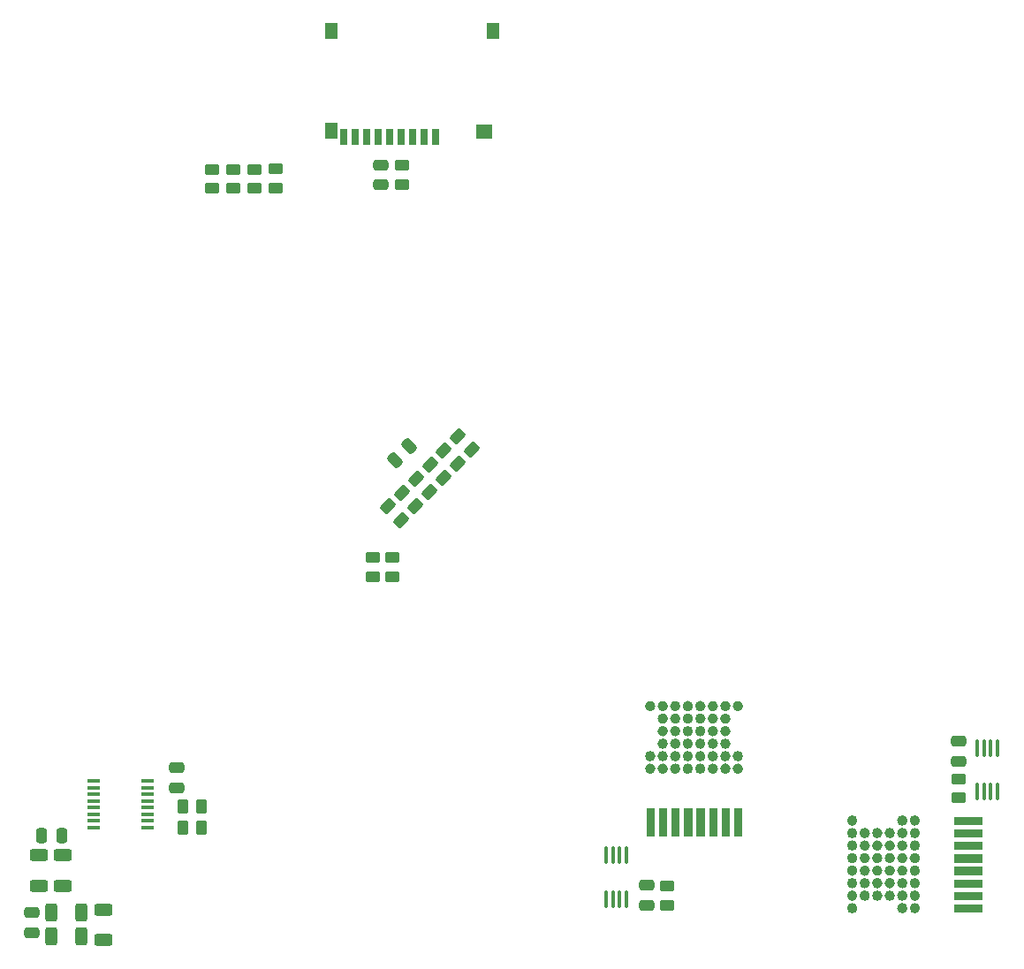
<source format=gbr>
%TF.GenerationSoftware,KiCad,Pcbnew,7.99.0-2367-gcb54bdfa84*%
%TF.CreationDate,2023-12-26T22:21:42+02:00*%
%TF.ProjectId,speeduino_stm32,73706565-6475-4696-9e6f-5f73746d3332,rev?*%
%TF.SameCoordinates,Original*%
%TF.FileFunction,Paste,Bot*%
%TF.FilePolarity,Positive*%
%FSLAX46Y46*%
G04 Gerber Fmt 4.6, Leading zero omitted, Abs format (unit mm)*
G04 Created by KiCad (PCBNEW 7.99.0-2367-gcb54bdfa84) date 2023-12-26 22:21:42*
%MOMM*%
%LPD*%
G01*
G04 APERTURE LIST*
G04 Aperture macros list*
%AMRoundRect*
0 Rectangle with rounded corners*
0 $1 Rounding radius*
0 $2 $3 $4 $5 $6 $7 $8 $9 X,Y pos of 4 corners*
0 Add a 4 corners polygon primitive as box body*
4,1,4,$2,$3,$4,$5,$6,$7,$8,$9,$2,$3,0*
0 Add four circle primitives for the rounded corners*
1,1,$1+$1,$2,$3*
1,1,$1+$1,$4,$5*
1,1,$1+$1,$6,$7*
1,1,$1+$1,$8,$9*
0 Add four rect primitives between the rounded corners*
20,1,$1+$1,$2,$3,$4,$5,0*
20,1,$1+$1,$4,$5,$6,$7,0*
20,1,$1+$1,$6,$7,$8,$9,0*
20,1,$1+$1,$8,$9,$2,$3,0*%
G04 Aperture macros list end*
%ADD10C,0.500000*%
%ADD11C,0.010000*%
%ADD12RoundRect,0.250000X0.312500X0.625000X-0.312500X0.625000X-0.312500X-0.625000X0.312500X-0.625000X0*%
%ADD13RoundRect,0.250000X0.503814X0.132583X0.132583X0.503814X-0.503814X-0.132583X-0.132583X-0.503814X0*%
%ADD14RoundRect,0.250000X-0.450000X0.262500X-0.450000X-0.262500X0.450000X-0.262500X0.450000X0.262500X0*%
%ADD15RoundRect,0.250000X0.450000X-0.262500X0.450000X0.262500X-0.450000X0.262500X-0.450000X-0.262500X0*%
%ADD16RoundRect,0.250000X0.475000X-0.250000X0.475000X0.250000X-0.475000X0.250000X-0.475000X-0.250000X0*%
%ADD17RoundRect,0.250000X-0.475000X0.250000X-0.475000X-0.250000X0.475000X-0.250000X0.475000X0.250000X0*%
%ADD18RoundRect,0.250000X0.159099X-0.512652X0.512652X-0.159099X-0.159099X0.512652X-0.512652X0.159099X0*%
%ADD19RoundRect,0.100000X0.100000X-0.712500X0.100000X0.712500X-0.100000X0.712500X-0.100000X-0.712500X0*%
%ADD20RoundRect,0.250000X0.625000X-0.312500X0.625000X0.312500X-0.625000X0.312500X-0.625000X-0.312500X0*%
%ADD21RoundRect,0.100000X-0.100000X0.712500X-0.100000X-0.712500X0.100000X-0.712500X0.100000X0.712500X0*%
%ADD22R,0.700000X1.600000*%
%ADD23R,1.200000X1.600000*%
%ADD24R,1.600000X1.400000*%
%ADD25RoundRect,0.250000X-0.250000X-0.475000X0.250000X-0.475000X0.250000X0.475000X-0.250000X0.475000X0*%
%ADD26RoundRect,0.250000X0.262500X0.450000X-0.262500X0.450000X-0.262500X-0.450000X0.262500X-0.450000X0*%
%ADD27R,1.200000X0.400000*%
%ADD28RoundRect,0.250000X-0.625000X0.312500X-0.625000X-0.312500X0.625000X-0.312500X0.625000X0.312500X0*%
G04 APERTURE END LIST*
D10*
%TO.C,Q1*%
X88837000Y-94228000D02*
G75*
G02*
X88837000Y-94228000I-250000J0D01*
G01*
X88837000Y-99028000D02*
G75*
G02*
X88837000Y-99028000I-250000J0D01*
G01*
X88837000Y-100228000D02*
G75*
G02*
X88837000Y-100228000I-250000J0D01*
G01*
X90037000Y-94228000D02*
G75*
G02*
X90037000Y-94228000I-250000J0D01*
G01*
X90037000Y-95428000D02*
G75*
G02*
X90037000Y-95428000I-250000J0D01*
G01*
X90037000Y-96628000D02*
G75*
G02*
X90037000Y-96628000I-250000J0D01*
G01*
X90037000Y-97828000D02*
G75*
G02*
X90037000Y-97828000I-250000J0D01*
G01*
X90037000Y-99028000D02*
G75*
G02*
X90037000Y-99028000I-250000J0D01*
G01*
X90037000Y-100228000D02*
G75*
G02*
X90037000Y-100228000I-250000J0D01*
G01*
X91237000Y-94228000D02*
G75*
G02*
X91237000Y-94228000I-250000J0D01*
G01*
X91237000Y-95428000D02*
G75*
G02*
X91237000Y-95428000I-250000J0D01*
G01*
X91237000Y-96628000D02*
G75*
G02*
X91237000Y-96628000I-250000J0D01*
G01*
X91237000Y-97828000D02*
G75*
G02*
X91237000Y-97828000I-250000J0D01*
G01*
X91237000Y-99028000D02*
G75*
G02*
X91237000Y-99028000I-250000J0D01*
G01*
X91237000Y-100228000D02*
G75*
G02*
X91237000Y-100228000I-250000J0D01*
G01*
X92437000Y-94228000D02*
G75*
G02*
X92437000Y-94228000I-250000J0D01*
G01*
X92437000Y-95428000D02*
G75*
G02*
X92437000Y-95428000I-250000J0D01*
G01*
X92437000Y-96628000D02*
G75*
G02*
X92437000Y-96628000I-250000J0D01*
G01*
X92437000Y-97828000D02*
G75*
G02*
X92437000Y-97828000I-250000J0D01*
G01*
X92437000Y-99028000D02*
G75*
G02*
X92437000Y-99028000I-250000J0D01*
G01*
X92437000Y-100228000D02*
G75*
G02*
X92437000Y-100228000I-250000J0D01*
G01*
X93637000Y-94228000D02*
G75*
G02*
X93637000Y-94228000I-250000J0D01*
G01*
X93637000Y-95428000D02*
G75*
G02*
X93637000Y-95428000I-250000J0D01*
G01*
X93637000Y-96628000D02*
G75*
G02*
X93637000Y-96628000I-250000J0D01*
G01*
X93637000Y-97828000D02*
G75*
G02*
X93637000Y-97828000I-250000J0D01*
G01*
X93637000Y-99028000D02*
G75*
G02*
X93637000Y-99028000I-250000J0D01*
G01*
X93637000Y-100228000D02*
G75*
G02*
X93637000Y-100228000I-250000J0D01*
G01*
X94837000Y-94228000D02*
G75*
G02*
X94837000Y-94228000I-250000J0D01*
G01*
X94837000Y-95428000D02*
G75*
G02*
X94837000Y-95428000I-250000J0D01*
G01*
X94837000Y-96628000D02*
G75*
G02*
X94837000Y-96628000I-250000J0D01*
G01*
X94837000Y-97828000D02*
G75*
G02*
X94837000Y-97828000I-250000J0D01*
G01*
X94837000Y-99028000D02*
G75*
G02*
X94837000Y-99028000I-250000J0D01*
G01*
X94837000Y-100228000D02*
G75*
G02*
X94837000Y-100228000I-250000J0D01*
G01*
X96037000Y-94228000D02*
G75*
G02*
X96037000Y-94228000I-250000J0D01*
G01*
X96037000Y-95428000D02*
G75*
G02*
X96037000Y-95428000I-250000J0D01*
G01*
X96037000Y-96628000D02*
G75*
G02*
X96037000Y-96628000I-250000J0D01*
G01*
X96037000Y-97828000D02*
G75*
G02*
X96037000Y-97828000I-250000J0D01*
G01*
X96037000Y-99028000D02*
G75*
G02*
X96037000Y-99028000I-250000J0D01*
G01*
X96037000Y-100228000D02*
G75*
G02*
X96037000Y-100228000I-250000J0D01*
G01*
X97237000Y-94228000D02*
G75*
G02*
X97237000Y-94228000I-250000J0D01*
G01*
X97237000Y-99028000D02*
G75*
G02*
X97237000Y-99028000I-250000J0D01*
G01*
X97237000Y-100228000D02*
G75*
G02*
X97237000Y-100228000I-250000J0D01*
G01*
D11*
X88937000Y-106608000D02*
X88237000Y-106608000D01*
X88237000Y-104008000D01*
X88937000Y-104008000D01*
X88937000Y-106608000D01*
G36*
X88937000Y-106608000D02*
G01*
X88237000Y-106608000D01*
X88237000Y-104008000D01*
X88937000Y-104008000D01*
X88937000Y-106608000D01*
G37*
X90137000Y-106608000D02*
X89437000Y-106608000D01*
X89437000Y-104008000D01*
X90137000Y-104008000D01*
X90137000Y-106608000D01*
G36*
X90137000Y-106608000D02*
G01*
X89437000Y-106608000D01*
X89437000Y-104008000D01*
X90137000Y-104008000D01*
X90137000Y-106608000D01*
G37*
X91337000Y-106608000D02*
X90637000Y-106608000D01*
X90637000Y-104008000D01*
X91337000Y-104008000D01*
X91337000Y-106608000D01*
G36*
X91337000Y-106608000D02*
G01*
X90637000Y-106608000D01*
X90637000Y-104008000D01*
X91337000Y-104008000D01*
X91337000Y-106608000D01*
G37*
X92537000Y-106608000D02*
X91837000Y-106608000D01*
X91837000Y-104008000D01*
X92537000Y-104008000D01*
X92537000Y-106608000D01*
G36*
X92537000Y-106608000D02*
G01*
X91837000Y-106608000D01*
X91837000Y-104008000D01*
X92537000Y-104008000D01*
X92537000Y-106608000D01*
G37*
X93737000Y-106608000D02*
X93037000Y-106608000D01*
X93037000Y-104008000D01*
X93737000Y-104008000D01*
X93737000Y-106608000D01*
G36*
X93737000Y-106608000D02*
G01*
X93037000Y-106608000D01*
X93037000Y-104008000D01*
X93737000Y-104008000D01*
X93737000Y-106608000D01*
G37*
X94937000Y-106608000D02*
X94237000Y-106608000D01*
X94237000Y-104008000D01*
X94937000Y-104008000D01*
X94937000Y-106608000D01*
G36*
X94937000Y-106608000D02*
G01*
X94237000Y-106608000D01*
X94237000Y-104008000D01*
X94937000Y-104008000D01*
X94937000Y-106608000D01*
G37*
X96137000Y-106608000D02*
X95437000Y-106608000D01*
X95437000Y-104008000D01*
X96137000Y-104008000D01*
X96137000Y-106608000D01*
G36*
X96137000Y-106608000D02*
G01*
X95437000Y-106608000D01*
X95437000Y-104008000D01*
X96137000Y-104008000D01*
X96137000Y-106608000D01*
G37*
X97337000Y-106608000D02*
X96637000Y-106608000D01*
X96637000Y-104008000D01*
X97337000Y-104008000D01*
X97337000Y-106608000D01*
G36*
X97337000Y-106608000D02*
G01*
X96637000Y-106608000D01*
X96637000Y-104008000D01*
X97337000Y-104008000D01*
X97337000Y-106608000D01*
G37*
D10*
%TO.C,Q2*%
X108194000Y-105197000D02*
G75*
G02*
X108194000Y-105197000I-250000J0D01*
G01*
X108194000Y-106397000D02*
G75*
G02*
X108194000Y-106397000I-250000J0D01*
G01*
X108194000Y-107597000D02*
G75*
G02*
X108194000Y-107597000I-250000J0D01*
G01*
X108194000Y-108797000D02*
G75*
G02*
X108194000Y-108797000I-250000J0D01*
G01*
X108194000Y-109997000D02*
G75*
G02*
X108194000Y-109997000I-250000J0D01*
G01*
X108194000Y-111197000D02*
G75*
G02*
X108194000Y-111197000I-250000J0D01*
G01*
X108194000Y-112397000D02*
G75*
G02*
X108194000Y-112397000I-250000J0D01*
G01*
X108194000Y-113597000D02*
G75*
G02*
X108194000Y-113597000I-250000J0D01*
G01*
X109394000Y-106397000D02*
G75*
G02*
X109394000Y-106397000I-250000J0D01*
G01*
X109394000Y-107597000D02*
G75*
G02*
X109394000Y-107597000I-250000J0D01*
G01*
X109394000Y-108797000D02*
G75*
G02*
X109394000Y-108797000I-250000J0D01*
G01*
X109394000Y-109997000D02*
G75*
G02*
X109394000Y-109997000I-250000J0D01*
G01*
X109394000Y-111197000D02*
G75*
G02*
X109394000Y-111197000I-250000J0D01*
G01*
X109394000Y-112397000D02*
G75*
G02*
X109394000Y-112397000I-250000J0D01*
G01*
X110594000Y-106397000D02*
G75*
G02*
X110594000Y-106397000I-250000J0D01*
G01*
X110594000Y-107597000D02*
G75*
G02*
X110594000Y-107597000I-250000J0D01*
G01*
X110594000Y-108797000D02*
G75*
G02*
X110594000Y-108797000I-250000J0D01*
G01*
X110594000Y-109997000D02*
G75*
G02*
X110594000Y-109997000I-250000J0D01*
G01*
X110594000Y-111197000D02*
G75*
G02*
X110594000Y-111197000I-250000J0D01*
G01*
X110594000Y-112397000D02*
G75*
G02*
X110594000Y-112397000I-250000J0D01*
G01*
X111794000Y-106397000D02*
G75*
G02*
X111794000Y-106397000I-250000J0D01*
G01*
X111794000Y-107597000D02*
G75*
G02*
X111794000Y-107597000I-250000J0D01*
G01*
X111794000Y-108797000D02*
G75*
G02*
X111794000Y-108797000I-250000J0D01*
G01*
X111794000Y-109997000D02*
G75*
G02*
X111794000Y-109997000I-250000J0D01*
G01*
X111794000Y-111197000D02*
G75*
G02*
X111794000Y-111197000I-250000J0D01*
G01*
X111794000Y-112397000D02*
G75*
G02*
X111794000Y-112397000I-250000J0D01*
G01*
X112994000Y-105197000D02*
G75*
G02*
X112994000Y-105197000I-250000J0D01*
G01*
X112994000Y-106397000D02*
G75*
G02*
X112994000Y-106397000I-250000J0D01*
G01*
X112994000Y-107597000D02*
G75*
G02*
X112994000Y-107597000I-250000J0D01*
G01*
X112994000Y-108797000D02*
G75*
G02*
X112994000Y-108797000I-250000J0D01*
G01*
X112994000Y-109997000D02*
G75*
G02*
X112994000Y-109997000I-250000J0D01*
G01*
X112994000Y-111197000D02*
G75*
G02*
X112994000Y-111197000I-250000J0D01*
G01*
X112994000Y-112397000D02*
G75*
G02*
X112994000Y-112397000I-250000J0D01*
G01*
X112994000Y-113597000D02*
G75*
G02*
X112994000Y-113597000I-250000J0D01*
G01*
X114194000Y-105197000D02*
G75*
G02*
X114194000Y-105197000I-250000J0D01*
G01*
X114194000Y-106397000D02*
G75*
G02*
X114194000Y-106397000I-250000J0D01*
G01*
X114194000Y-107597000D02*
G75*
G02*
X114194000Y-107597000I-250000J0D01*
G01*
X114194000Y-108797000D02*
G75*
G02*
X114194000Y-108797000I-250000J0D01*
G01*
X114194000Y-109997000D02*
G75*
G02*
X114194000Y-109997000I-250000J0D01*
G01*
X114194000Y-111197000D02*
G75*
G02*
X114194000Y-111197000I-250000J0D01*
G01*
X114194000Y-112397000D02*
G75*
G02*
X114194000Y-112397000I-250000J0D01*
G01*
X114194000Y-113597000D02*
G75*
G02*
X114194000Y-113597000I-250000J0D01*
G01*
D11*
X120324000Y-105547000D02*
X117724000Y-105547000D01*
X117724000Y-104847000D01*
X120324000Y-104847000D01*
X120324000Y-105547000D01*
G36*
X120324000Y-105547000D02*
G01*
X117724000Y-105547000D01*
X117724000Y-104847000D01*
X120324000Y-104847000D01*
X120324000Y-105547000D01*
G37*
X120324000Y-106747000D02*
X117724000Y-106747000D01*
X117724000Y-106047000D01*
X120324000Y-106047000D01*
X120324000Y-106747000D01*
G36*
X120324000Y-106747000D02*
G01*
X117724000Y-106747000D01*
X117724000Y-106047000D01*
X120324000Y-106047000D01*
X120324000Y-106747000D01*
G37*
X120324000Y-107947000D02*
X117724000Y-107947000D01*
X117724000Y-107247000D01*
X120324000Y-107247000D01*
X120324000Y-107947000D01*
G36*
X120324000Y-107947000D02*
G01*
X117724000Y-107947000D01*
X117724000Y-107247000D01*
X120324000Y-107247000D01*
X120324000Y-107947000D01*
G37*
X120324000Y-109147000D02*
X117724000Y-109147000D01*
X117724000Y-108447000D01*
X120324000Y-108447000D01*
X120324000Y-109147000D01*
G36*
X120324000Y-109147000D02*
G01*
X117724000Y-109147000D01*
X117724000Y-108447000D01*
X120324000Y-108447000D01*
X120324000Y-109147000D01*
G37*
X120324000Y-110347000D02*
X117724000Y-110347000D01*
X117724000Y-109647000D01*
X120324000Y-109647000D01*
X120324000Y-110347000D01*
G36*
X120324000Y-110347000D02*
G01*
X117724000Y-110347000D01*
X117724000Y-109647000D01*
X120324000Y-109647000D01*
X120324000Y-110347000D01*
G37*
X120324000Y-111547000D02*
X117724000Y-111547000D01*
X117724000Y-110847000D01*
X120324000Y-110847000D01*
X120324000Y-111547000D01*
G36*
X120324000Y-111547000D02*
G01*
X117724000Y-111547000D01*
X117724000Y-110847000D01*
X120324000Y-110847000D01*
X120324000Y-111547000D01*
G37*
X120324000Y-112747000D02*
X117724000Y-112747000D01*
X117724000Y-112047000D01*
X120324000Y-112047000D01*
X120324000Y-112747000D01*
G36*
X120324000Y-112747000D02*
G01*
X117724000Y-112747000D01*
X117724000Y-112047000D01*
X120324000Y-112047000D01*
X120324000Y-112747000D01*
G37*
X120324000Y-113947000D02*
X117724000Y-113947000D01*
X117724000Y-113247000D01*
X120324000Y-113247000D01*
X120324000Y-113947000D01*
G36*
X120324000Y-113947000D02*
G01*
X117724000Y-113947000D01*
X117724000Y-113247000D01*
X120324000Y-113247000D01*
X120324000Y-113947000D01*
G37*
%TD*%
D12*
%TO.C,R61*%
X34106000Y-116266000D03*
X31181000Y-116266000D03*
%TD*%
D13*
%TO.C,R70*%
X68767196Y-72350274D03*
X67476726Y-71059804D03*
%TD*%
D14*
%TO.C,R83*%
X50673000Y-42775500D03*
X50673000Y-44600500D03*
%TD*%
%TO.C,R85*%
X64770000Y-42394500D03*
X64770000Y-44219500D03*
%TD*%
D13*
%TO.C,R66*%
X64726081Y-76391389D03*
X63435611Y-75100919D03*
%TD*%
D15*
%TO.C,R79*%
X90170000Y-113307500D03*
X90170000Y-111482500D03*
%TD*%
D16*
%TO.C,C43*%
X29341500Y-115946000D03*
X29341500Y-114046000D03*
%TD*%
D17*
%TO.C,C35*%
X88224000Y-111398500D03*
X88224000Y-113298500D03*
%TD*%
D13*
%TO.C,R72*%
X71461273Y-69656197D03*
X70170803Y-68365727D03*
%TD*%
D18*
%TO.C,C45*%
X64098249Y-70648751D03*
X65441751Y-69305249D03*
%TD*%
D19*
%TO.C,U9*%
X121879000Y-102442500D03*
X121229000Y-102442500D03*
X120579000Y-102442500D03*
X119929000Y-102442500D03*
X119929000Y-98217500D03*
X120579000Y-98217500D03*
X121229000Y-98217500D03*
X121879000Y-98217500D03*
%TD*%
D17*
%TO.C,C44*%
X43180000Y-100142000D03*
X43180000Y-102042000D03*
%TD*%
D20*
%TO.C,R60*%
X32258000Y-111444500D03*
X32258000Y-108519500D03*
%TD*%
D21*
%TO.C,U8*%
X84369000Y-108504500D03*
X85019000Y-108504500D03*
X85669000Y-108504500D03*
X86319000Y-108504500D03*
X86319000Y-112729500D03*
X85669000Y-112729500D03*
X85019000Y-112729500D03*
X84369000Y-112729500D03*
%TD*%
D22*
%TO.C,J7*%
X68036000Y-39642900D03*
X66936000Y-39642900D03*
X65836000Y-39642900D03*
X64736000Y-39642900D03*
X63636000Y-39642900D03*
X62536000Y-39642900D03*
X61436000Y-39642900D03*
X60336000Y-39642900D03*
X59236000Y-39642900D03*
D23*
X58036000Y-39042900D03*
D24*
X72636000Y-39142900D03*
D23*
X58036000Y-29542900D03*
X73536000Y-29542900D03*
%TD*%
D13*
%TO.C,R69*%
X67420157Y-73697313D03*
X66129687Y-72406843D03*
%TD*%
%TO.C,R65*%
X66073119Y-75044351D03*
X64782649Y-73753881D03*
%TD*%
D16*
%TO.C,C46*%
X118110000Y-99502000D03*
X118110000Y-97602000D03*
%TD*%
D25*
%TO.C,C39*%
X30292000Y-106680000D03*
X32192000Y-106680000D03*
%TD*%
D26*
%TO.C,R63*%
X45616500Y-105918000D03*
X43791500Y-105918000D03*
%TD*%
D20*
%TO.C,R59*%
X29972000Y-111444500D03*
X29972000Y-108519500D03*
%TD*%
D17*
%TO.C,C47*%
X62738000Y-42377001D03*
X62738000Y-44276999D03*
%TD*%
D13*
%TO.C,R71*%
X70114235Y-71003235D03*
X68823765Y-69712765D03*
%TD*%
D27*
%TO.C,U7*%
X40446000Y-101409500D03*
X40446000Y-102044500D03*
X40446000Y-102679500D03*
X40446000Y-103314500D03*
X40446000Y-103949500D03*
X40446000Y-104584500D03*
X40446000Y-105219500D03*
X40446000Y-105854500D03*
X35246000Y-105854500D03*
X35246000Y-105219500D03*
X35246000Y-104584500D03*
X35246000Y-103949500D03*
X35246000Y-103314500D03*
X35246000Y-102679500D03*
X35246000Y-102044500D03*
X35246000Y-101409500D03*
%TD*%
D14*
%TO.C,R84*%
X52705000Y-42752000D03*
X52705000Y-44577000D03*
%TD*%
D15*
%TO.C,R80*%
X118110000Y-103020500D03*
X118110000Y-101195500D03*
%TD*%
D26*
%TO.C,R64*%
X45616500Y-103886000D03*
X43791500Y-103886000D03*
%TD*%
D15*
%TO.C,R67*%
X63881000Y-81811500D03*
X63881000Y-79986500D03*
%TD*%
D14*
%TO.C,R82*%
X48641000Y-42775500D03*
X48641000Y-44600500D03*
%TD*%
D12*
%TO.C,R62*%
X34106000Y-113980000D03*
X31181000Y-113980000D03*
%TD*%
D14*
%TO.C,R81*%
X46609000Y-42775500D03*
X46609000Y-44600500D03*
%TD*%
D15*
%TO.C,R68*%
X61976000Y-81811500D03*
X61976000Y-79986500D03*
%TD*%
D28*
%TO.C,R86*%
X36195000Y-113726500D03*
X36195000Y-116651500D03*
%TD*%
M02*

</source>
